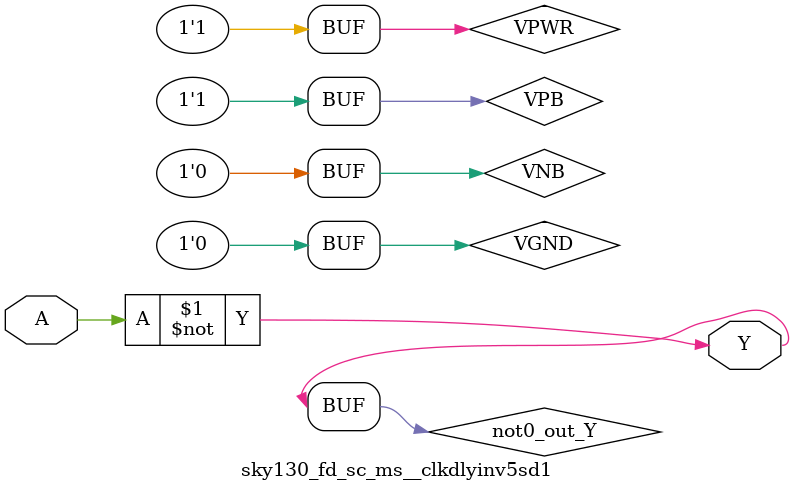
<source format=v>
/*
 * Copyright 2020 The SkyWater PDK Authors
 *
 * Licensed under the Apache License, Version 2.0 (the "License");
 * you may not use this file except in compliance with the License.
 * You may obtain a copy of the License at
 *
 *     https://www.apache.org/licenses/LICENSE-2.0
 *
 * Unless required by applicable law or agreed to in writing, software
 * distributed under the License is distributed on an "AS IS" BASIS,
 * WITHOUT WARRANTIES OR CONDITIONS OF ANY KIND, either express or implied.
 * See the License for the specific language governing permissions and
 * limitations under the License.
 *
 * SPDX-License-Identifier: Apache-2.0
*/


`ifndef SKY130_FD_SC_MS__CLKDLYINV5SD1_TIMING_V
`define SKY130_FD_SC_MS__CLKDLYINV5SD1_TIMING_V

/**
 * clkdlyinv5sd1: Clock Delay Inverter 5-stage 0.15um length inner
 *                stage gate.
 *
 * Verilog simulation timing model.
 */

`timescale 1ns / 1ps
`default_nettype none

`celldefine
module sky130_fd_sc_ms__clkdlyinv5sd1 (
    Y,
    A
);

    // Module ports
    output Y;
    input  A;

    // Module supplies
    supply1 VPWR;
    supply0 VGND;
    supply1 VPB ;
    supply0 VNB ;

    // Local signals
    wire not0_out_Y;

    //  Name  Output      Other arguments
    not not0 (not0_out_Y, A              );
    buf buf0 (Y         , not0_out_Y     );

endmodule
`endcelldefine

`default_nettype wire
`endif  // SKY130_FD_SC_MS__CLKDLYINV5SD1_TIMING_V

</source>
